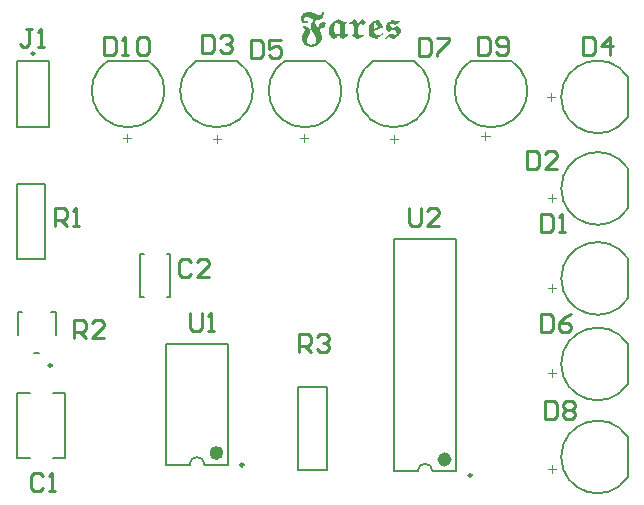
<source format=gbr>
%TF.GenerationSoftware,Altium Limited,Altium Designer,22.8.2 (66)*%
G04 Layer_Color=65535*
%FSLAX45Y45*%
%MOMM*%
%TF.SameCoordinates,7D29B654-BFA4-4C5B-9AD4-86D38D862F27*%
%TF.FilePolarity,Positive*%
%TF.FileFunction,Legend,Top*%
%TF.Part,Single*%
G01*
G75*
%TA.AperFunction,NonConductor*%
%ADD21C,0.25000*%
%ADD22C,0.20000*%
%ADD23C,0.60000*%
%ADD24C,0.15000*%
%ADD25C,0.25400*%
%ADD26C,0.10000*%
G36*
X1984935Y4100606D02*
X1979706D01*
Y4105835D01*
X1984935D01*
Y4100606D01*
D02*
G37*
G36*
X2771461Y4074306D02*
X2772396Y4078977D01*
X2773330Y4082714D01*
X2777067Y4088320D01*
X2784074Y4100932D01*
X2788745Y4105603D01*
X2787811Y4111209D01*
X2782672Y4113545D01*
X2777067Y4114479D01*
X2771928Y4118683D01*
X2770527Y4120084D01*
X2763987Y4121953D01*
X2757914Y4123354D01*
X2752309Y4127091D01*
X2750908Y4128493D01*
X2744368Y4130361D01*
X2729420Y4131296D01*
X2719143Y4130361D01*
X2712603Y4125690D01*
X2711202Y4124289D01*
X2710268Y4122420D01*
X2708399Y4120552D01*
X2706531Y4115880D01*
X2707465Y4107472D01*
X2713538Y4098597D01*
X2720077Y4095794D01*
X2723814Y4094859D01*
X2741098Y4095327D01*
X2745769Y4092524D01*
X2746703Y4088787D01*
X2745769Y4082247D01*
X2744368Y4079912D01*
X2739697Y4078043D01*
X2727551Y4077109D01*
X2710735Y4078043D01*
X2704195Y4081780D01*
X2701392Y4084583D01*
X2693451Y4088787D01*
X2692517Y4090656D01*
X2688780Y4097195D01*
X2685043Y4102801D01*
X2683174Y4107472D01*
X2682707Y4117282D01*
X2683174Y4117749D01*
X2682240Y4120552D01*
X2683174Y4134565D01*
X2687846Y4142974D01*
X2692517Y4150448D01*
X2693451Y4152316D01*
X2697655Y4156520D01*
X2699524Y4157454D01*
X2704662Y4161659D01*
X2707932Y4164929D01*
X2712603Y4166797D01*
X2716340Y4167731D01*
X2732223Y4175205D01*
X2747171Y4176139D01*
X2769593Y4175205D01*
X2785475Y4167731D01*
X2796219Y4165396D01*
X2799489Y4163060D01*
X2802292Y4160257D01*
X2808831Y4158389D01*
X2812568Y4157454D01*
X2820977Y4152783D01*
X2827516Y4149981D01*
X2834056Y4149046D01*
X2849938Y4149981D01*
X2851807Y4151849D01*
X2853208Y4152316D01*
X2854143Y4154185D01*
X2857880Y4157922D01*
X2858814Y4159790D01*
X2860682Y4164461D01*
X2861617Y4171936D01*
X2863952Y4174271D01*
X2867689Y4175205D01*
X2874229Y4174271D01*
X2877499Y4171001D01*
X2876565Y4159790D01*
X2875631Y4156987D01*
X2874696Y4153251D01*
X2872828Y4146711D01*
X2869558Y4137835D01*
X2866288Y4132697D01*
X2862551Y4127091D01*
X2859748Y4122420D01*
X2854143Y4117749D01*
X2849938Y4113545D01*
X2846202Y4112611D01*
X2839662Y4108873D01*
X2837793Y4107005D01*
X2833122Y4105136D01*
X2823779Y4104202D01*
X2809766Y4103268D01*
X2806496Y4100932D01*
X2804627Y4096261D01*
X2803226Y4090188D01*
X2802759Y4082247D01*
X2806496Y4072905D01*
X2809766Y4064029D01*
X2816773Y4054219D01*
X2817707Y4052351D01*
X2821911Y4047213D01*
X2825648Y4043476D01*
X2829385Y4042541D01*
X2832188Y4043476D01*
X2833589Y4047680D01*
X2834523Y4060759D01*
X2836392Y4065431D01*
X2840129Y4071971D01*
X2844333Y4077109D01*
X2846202Y4078043D01*
X2851340Y4082247D01*
X2857413Y4085517D01*
X2863952Y4086451D01*
X2888243Y4085517D01*
X2891513Y4082247D01*
X2890578Y4075707D01*
X2887776Y4069168D01*
X2886374Y4064029D01*
X2883572Y4058424D01*
X2881236Y4050483D01*
X2878900Y4044410D01*
X2877032Y4042541D01*
X2873295Y4041607D01*
X2857413Y4040673D01*
X2853208Y4037403D01*
X2852274Y4035534D01*
X2845734Y4025258D01*
X2844800Y4015915D01*
X2845734Y4009376D01*
X2851340Y4000967D01*
X2853208Y3996296D01*
X2854610Y3990223D01*
X2855544Y3986486D01*
X2858814Y3975742D01*
X2859281Y3968736D01*
X2858814Y3954254D01*
X2859748Y3951452D01*
X2858814Y3948649D01*
X2857880Y3943043D01*
X2855077Y3936504D01*
X2854143Y3932767D01*
X2850873Y3923891D01*
X2848537Y3921556D01*
X2847603Y3919687D01*
X2845734Y3917819D01*
X2841063Y3909411D01*
X2839662Y3908009D01*
X2837793Y3907075D01*
X2835458Y3904739D01*
X2834523Y3902871D01*
X2830319Y3898667D01*
X2823779Y3894929D01*
X2820042Y3891192D01*
X2815371Y3889324D01*
X2809298Y3887923D01*
X2804627Y3886054D01*
X2797620Y3881850D01*
X2791081Y3880916D01*
X2778935Y3879981D01*
X2753711Y3880916D01*
X2749039Y3882784D01*
X2747171Y3883718D01*
X2736894Y3888390D01*
X2731288Y3889324D01*
X2726617Y3892127D01*
X2722880Y3895864D01*
X2721012Y3896798D01*
X2712136Y3902871D01*
X2705596Y3911279D01*
X2702794Y3914082D01*
X2701859Y3915950D01*
X2692517Y3935569D01*
X2691583Y3942109D01*
X2690648Y3951452D01*
X2691583Y3970137D01*
X2692517Y3972939D01*
X2693451Y3976677D01*
X2697188Y3983216D01*
X2703728Y3995362D01*
X2705596Y3997230D01*
X2706531Y3999099D01*
X2708399Y4000967D01*
X2713071Y4009376D01*
X2714939Y4011244D01*
X2716807Y4015915D01*
X2718676Y4023389D01*
X2717742Y4030863D01*
X2713071Y4037403D01*
X2710735Y4039739D01*
X2706998Y4040673D01*
X2704195Y4041607D01*
X2699524Y4044410D01*
X2698122Y4045811D01*
X2697188Y4052351D01*
X2699991Y4057022D01*
X2701392Y4058424D01*
X2705129Y4059358D01*
X2720077Y4058424D01*
X2726617Y4054687D01*
X2736894Y4050016D01*
X2742967Y4046746D01*
X2743901Y4044877D01*
X2751375Y4037403D01*
X2752309Y4035534D01*
X2756046Y4027126D01*
X2757914Y4019652D01*
X2758849Y4013112D01*
X2757914Y4010310D01*
X2758849Y4002836D01*
X2757914Y4000033D01*
X2756513Y3993026D01*
X2754645Y3985552D01*
X2752776Y3980881D01*
X2749506Y3975742D01*
X2741098Y3959860D01*
X2739229Y3957992D01*
X2737361Y3951452D01*
X2736427Y3947715D01*
X2737361Y3921556D01*
X2743434Y3912680D01*
X2745769Y3909411D01*
X2749039Y3906141D01*
X2753711Y3903338D01*
X2756513Y3900535D01*
X2761184Y3898667D01*
X2770527Y3897732D01*
X2789212Y3898667D01*
X2795752Y3903338D01*
X2797620Y3905206D01*
X2799489Y3906141D01*
X2801357Y3908009D01*
X2803226Y3908943D01*
X2806496Y3912213D01*
X2812101Y3926227D01*
X2813036Y3929964D01*
X2812101Y3949583D01*
X2810233Y3954254D01*
X2805094Y3968736D01*
X2802759Y3972005D01*
X2795285Y3986019D01*
X2792482Y3988822D01*
X2785008Y4002836D01*
X2783139Y4004704D01*
X2780337Y4011244D01*
X2771928Y4028995D01*
X2770527Y4035067D01*
X2769593Y4039739D01*
X2768658Y4043476D01*
X2768191Y4057957D01*
X2769126Y4060759D01*
X2770527Y4068701D01*
X2770994Y4073839D01*
X2771461Y4074306D01*
D02*
G37*
G36*
X3006426Y4112143D02*
X3007827Y4110742D01*
X3009696Y4109808D01*
X3013433Y4106071D01*
X3025111Y4101867D01*
X3028381Y4098597D01*
X3030249Y4097662D01*
X3034921Y4095794D01*
X3042862Y4094392D01*
X3048934Y4092057D01*
X3054540Y4088320D01*
X3065284Y4086918D01*
X3069021Y4085050D01*
X3069955Y4081313D01*
X3067619Y4077109D01*
X3061080Y4073372D01*
X3058744Y4071036D01*
X3056876Y4063562D01*
X3055941Y4057022D01*
X3056876Y3999099D01*
X3057810Y3996296D01*
X3061547Y3989756D01*
X3062948Y3988355D01*
X3077896Y3987421D01*
X3081166Y3984151D01*
X3080232Y3979479D01*
X3072291Y3971538D01*
X3071356D01*
X3062481Y3965466D01*
X3058277Y3961261D01*
X3051737Y3957524D01*
X3046132Y3951919D01*
X3044263Y3950985D01*
X3037723Y3944445D01*
X3032118Y3945379D01*
X3026979Y3949583D01*
X3021374Y3955189D01*
X3020440Y3957057D01*
X3015768Y3963597D01*
X3014834Y3967334D01*
X3013433Y3974341D01*
X3010630Y3977144D01*
X3004090Y3976209D01*
X2998952Y3972005D01*
X2991478Y3967334D01*
X2986339Y3962196D01*
X2984471Y3961261D01*
X2977931Y3956590D01*
X2973260Y3951919D01*
X2971391Y3950985D01*
X2965786Y3945379D01*
X2962049Y3944445D01*
X2957378Y3945379D01*
X2952239Y3949583D01*
X2944765Y3954254D01*
X2933554Y3965466D01*
X2927949Y3975742D01*
X2925146Y3982282D01*
X2923744Y3991158D01*
X2922343Y4003770D01*
X2923277Y4041140D01*
X2924212Y4043943D01*
X2925146Y4051417D01*
X2931686Y4063562D01*
X2937758Y4072438D01*
X2949903Y4084583D01*
X2958312Y4089254D01*
X2962983Y4093925D01*
X2966720Y4094859D01*
X2972793Y4097195D01*
X2976063Y4099531D01*
X2978865Y4102334D01*
X2983537Y4104202D01*
X2990076Y4107939D01*
X2993813Y4111676D01*
X3000353Y4113545D01*
X3006426Y4112143D01*
D02*
G37*
G36*
X3123674Y3983683D02*
X3127879Y3987888D01*
X3129747Y3992559D01*
X3130682Y3996296D01*
X3129747Y4058891D01*
X3126010Y4065431D01*
X3122273Y4069168D01*
X3121339Y4071036D01*
X3118069Y4074306D01*
X3111529Y4075240D01*
X3103121Y4071503D01*
X3097516Y4072438D01*
X3095180Y4074773D01*
X3094246Y4078510D01*
X3095180Y4084116D01*
X3099384Y4088320D01*
X3101253Y4089254D01*
X3104989Y4092991D01*
X3111529Y4095794D01*
X3113398Y4096728D01*
X3118536Y4100932D01*
X3119938Y4102334D01*
X3128346Y4107005D01*
X3133017Y4111676D01*
X3139557Y4110742D01*
X3145162Y4105136D01*
X3147031Y4104202D01*
X3152169Y4099998D01*
X3154972Y4097195D01*
X3155906Y4095327D01*
X3157775Y4093458D01*
X3159643Y4088787D01*
X3163380Y4082247D01*
X3167584Y4080846D01*
X3172256Y4081780D01*
X3174591Y4084116D01*
X3175526Y4085984D01*
X3180664Y4092991D01*
X3182533Y4093925D01*
X3184401Y4095794D01*
X3186269Y4096728D01*
X3192809Y4103268D01*
X3197481Y4106071D01*
X3204020Y4112611D01*
X3211494Y4111676D01*
X3213830Y4109341D01*
X3214764Y4107472D01*
X3220370Y4101867D01*
X3221304Y4099998D01*
X3230647Y4090656D01*
X3233449Y4084116D01*
X3232515Y4080379D01*
X3230179Y4078043D01*
X3228311Y4077109D01*
X3226442Y4075240D01*
X3224574Y4074306D01*
X3220370Y4070102D01*
X3219903Y4068701D01*
X3218034Y4067766D01*
X3216166Y4065898D01*
X3214297Y4064963D01*
X3209626Y4063095D01*
X3204954Y4064029D01*
X3202619Y4066365D01*
X3201685Y4068233D01*
X3193743Y4076174D01*
X3190007Y4077109D01*
X3186269Y4076174D01*
X3182065Y4071971D01*
X3181131Y4070102D01*
X3178328Y4067299D01*
X3174591Y4058891D01*
X3173657Y4055154D01*
X3172723Y4052351D01*
X3169920Y4043009D01*
X3168986Y4039272D01*
X3168519Y3993026D01*
X3170387Y3988355D01*
X3173657Y3985085D01*
X3174591Y3983216D01*
X3177861Y3979947D01*
X3185335Y3978078D01*
X3197481Y3979012D01*
X3205889Y3984618D01*
X3210560Y3983683D01*
X3213830Y3980414D01*
X3215698Y3975742D01*
X3214764Y3972005D01*
X3212429Y3969670D01*
X3210560Y3968736D01*
X3207757Y3965933D01*
X3205889Y3964998D01*
X3201218Y3962196D01*
X3194678Y3960327D01*
X3190007Y3958459D01*
X3184868Y3954254D01*
X3183467Y3952853D01*
X3178328Y3951452D01*
X3174591Y3950518D01*
X3168986Y3946781D01*
X3166650Y3944445D01*
X3162446Y3943978D01*
X3157775Y3945846D01*
X3152636Y3950985D01*
X3146564Y3953320D01*
X3144228Y3955656D01*
X3142360Y3956590D01*
X3139557Y3959393D01*
X3135820Y3960327D01*
X3129747Y3962663D01*
X3119938Y3967801D01*
X3113865Y3970137D01*
X3111062Y3972005D01*
X3111996Y3977611D01*
X3123207Y3983216D01*
X3123674Y3983683D01*
D02*
G37*
G36*
X3340421Y4109808D02*
X3344625Y4105603D01*
X3346494Y4100932D01*
X3347428Y4099064D01*
X3351632Y4093925D01*
X3353034Y4092524D01*
X3358639Y4082247D01*
X3361442Y4079444D01*
X3362376Y4077576D01*
X3366113Y4071036D01*
X3370317Y4065898D01*
X3371719Y4064496D01*
X3378258Y4050483D01*
X3376390Y4045811D01*
X3374054Y4043476D01*
X3367514Y4041607D01*
X3361442Y4040206D01*
X3358172Y4038804D01*
X3356303Y4036936D01*
X3354435Y4036002D01*
X3352567Y4034133D01*
X3346494Y4032732D01*
X3341823Y4031798D01*
X3327342Y4023856D01*
X3320335Y4022455D01*
X3312394Y4018251D01*
X3303985Y4013579D01*
X3301650Y4011244D01*
X3302584Y4003770D01*
X3306788Y3998632D01*
X3309124Y3996296D01*
X3312861Y3989756D01*
X3314262Y3988355D01*
X3318933Y3985552D01*
X3323605Y3980881D01*
X3330144Y3979012D01*
X3350698Y3979947D01*
X3359573Y3986019D01*
X3364712Y3988355D01*
X3373120Y3993026D01*
X3374989Y3994894D01*
X3379660Y3993960D01*
X3381061Y3992559D01*
X3380127Y3986953D01*
X3375456Y3982282D01*
X3374989Y3980881D01*
X3373120Y3979947D01*
X3364712Y3975275D01*
X3360975Y3971538D01*
X3354435Y3968736D01*
X3353968Y3968268D01*
X3346494Y3963597D01*
X3345093Y3962196D01*
X3338553Y3958459D01*
X3332947Y3952853D01*
X3326407Y3949116D01*
X3322671Y3945379D01*
X3316131Y3943511D01*
X3313328Y3944445D01*
X3311459Y3945379D01*
X3306321Y3949583D01*
X3301183Y3950985D01*
X3297446Y3951919D01*
X3292307Y3953320D01*
X3289037Y3955656D01*
X3286234Y3958459D01*
X3284366Y3959393D01*
X3277826Y3963130D01*
X3267082Y3973874D01*
X3263345Y3983216D01*
X3258674Y3993493D01*
X3257740Y4000033D01*
X3256806Y4009376D01*
X3255871Y4013112D01*
X3255404Y4029462D01*
X3256338Y4037870D01*
X3257273Y4050950D01*
X3260076Y4058424D01*
X3268017Y4072905D01*
X3271287Y4076174D01*
X3273155Y4077109D01*
X3274556Y4078510D01*
X3275491Y4080379D01*
X3279695Y4084583D01*
X3285767Y4086918D01*
X3289037Y4088320D01*
X3294176Y4092524D01*
X3295577Y4093925D01*
X3300716Y4095327D01*
X3304453Y4096261D01*
X3309124Y4098129D01*
X3312394Y4101399D01*
X3317065Y4103268D01*
X3324539Y4105136D01*
X3333882Y4110742D01*
X3340421Y4109808D01*
D02*
G37*
G36*
X3529607Y4009376D02*
X3528673Y4006573D01*
X3527272Y3999566D01*
X3524469Y3992092D01*
X3522133Y3988822D01*
X3517462Y3984151D01*
X3516528Y3982282D01*
X3504850Y3970604D01*
X3498310Y3966867D01*
X3494573Y3963130D01*
X3488033Y3960327D01*
X3481493Y3956590D01*
X3478691Y3953787D01*
X3476822Y3952853D01*
X3470282Y3948182D01*
X3465611Y3945379D01*
X3460006Y3946313D01*
X3453466Y3950985D01*
X3445058Y3955656D01*
X3439452Y3959393D01*
X3435715Y3960327D01*
X3422636Y3961261D01*
X3416096Y3957524D01*
X3410023Y3951452D01*
X3409089Y3949583D01*
X3406753Y3947248D01*
X3402082Y3945379D01*
X3397878Y3948649D01*
X3398812Y3957057D01*
X3403483Y3963597D01*
X3416096Y3976209D01*
X3417964Y3977144D01*
X3428241Y3982749D01*
X3430109Y3984618D01*
X3431978Y3985552D01*
X3436649Y3987421D01*
X3464677Y3986486D01*
X3466545Y3984618D01*
X3468414Y3983683D01*
X3471217Y3980881D01*
X3475888Y3979012D01*
X3482428Y3977144D01*
X3486165Y3978078D01*
X3489434Y3981348D01*
X3491303Y3986019D01*
X3492237Y3989756D01*
X3493172Y3996296D01*
X3491770Y4003303D01*
X3489902Y4007974D01*
X3488500Y4011244D01*
X3484296Y4015448D01*
X3482428Y4016382D01*
X3475888Y4022922D01*
X3466545Y4023856D01*
X3451597Y4022922D01*
X3446459Y4018718D01*
X3444123Y4016382D01*
X3442255Y4015448D01*
X3436182Y4011244D01*
X3435248Y4009376D01*
X3432912Y4007040D01*
X3425438Y4007974D01*
X3420300Y4012178D01*
X3418898Y4013579D01*
X3410957Y4017784D01*
X3410023Y4019652D01*
X3401615Y4031798D01*
X3400681Y4038337D01*
X3399746Y4042074D01*
X3400681Y4057022D01*
X3405352Y4065431D01*
X3409089Y4071036D01*
X3410023Y4072905D01*
X3422636Y4085517D01*
X3431044Y4090188D01*
X3433847Y4092991D01*
X3445992Y4099531D01*
X3448794Y4102334D01*
X3459071Y4107939D01*
X3465611Y4110742D01*
X3468414Y4109808D01*
X3472151Y4106071D01*
X3474019Y4105136D01*
X3480559Y4100465D01*
X3483362Y4097662D01*
X3488033Y4095794D01*
X3500178Y4094859D01*
X3503916Y4095794D01*
X3510455Y4100465D01*
X3514192Y4101399D01*
X3517462Y4099064D01*
X3518396Y4095327D01*
X3517462Y4092524D01*
X3513725Y4085984D01*
X3507653Y4079912D01*
X3505784Y4078977D01*
X3500178Y4075240D01*
X3498310Y4074306D01*
X3496442Y4072438D01*
X3488033Y4068701D01*
X3477756Y4067766D01*
X3474954Y4068701D01*
X3463743Y4069635D01*
X3454400Y4076174D01*
X3447860Y4078043D01*
X3440386Y4077109D01*
X3438985Y4075707D01*
X3438051Y4073839D01*
X3436182Y4069168D01*
X3437116Y4059825D01*
X3441788Y4053285D01*
X3445058Y4050016D01*
X3446926Y4049081D01*
X3451597Y4044410D01*
X3453466Y4043476D01*
X3458137Y4041607D01*
X3477756Y4042541D01*
X3487566Y4052351D01*
X3488500Y4054219D01*
X3490836Y4056555D01*
X3495507Y4058424D01*
X3501113Y4057489D01*
X3505784Y4052818D01*
X3514192Y4048147D01*
X3516528Y4045811D01*
X3517462Y4043943D01*
X3523068Y4038337D01*
X3524002Y4036469D01*
X3525871Y4031798D01*
X3526805Y4028061D01*
X3528673Y4021521D01*
X3529607Y4017784D01*
Y4010310D01*
Y4009376D01*
D02*
G37*
%LPC*%
G36*
X2985405Y4084583D02*
X2980734Y4083649D01*
X2978398Y4080379D01*
X2976530Y4078510D01*
X2975596Y4076642D01*
X2971858Y4072905D01*
X2969990Y4066365D01*
X2969056Y4062628D01*
X2966720Y4046278D01*
X2966253Y4045811D01*
X2966720Y4028528D01*
X2966253Y4019652D01*
X2967187Y4016849D01*
X2968122Y4005638D01*
X2969056Y4002836D01*
X2973727Y3994427D01*
X2977931Y3990223D01*
X2979800Y3989289D01*
X2982602Y3988355D01*
X2986339Y3987421D01*
X3004090Y3988355D01*
X3006893Y3989289D01*
X3011564Y3992092D01*
X3012966Y3997230D01*
X3012031Y4000033D01*
X3011097Y4068233D01*
X3006893Y4074306D01*
X3000353Y4077109D01*
X2994281Y4079444D01*
X2991011Y4081780D01*
X2989142Y4083649D01*
X2985405Y4084583D01*
D02*
G37*
G36*
X3309591Y4082714D02*
X3304920Y4081780D01*
X3303518Y4080379D01*
X3302584Y4076642D01*
X3301650Y4067299D01*
X3300716Y4063562D01*
X3299781Y4043943D01*
X3298847Y4041140D01*
X3299781Y4036469D01*
X3303051Y4033199D01*
X3311459Y4034133D01*
X3319868Y4039739D01*
X3326407Y4041607D01*
X3330144Y4042541D01*
X3334349Y4045811D01*
X3333414Y4052351D01*
X3330612Y4055154D01*
X3329677Y4057022D01*
X3325006Y4065431D01*
X3322203Y4068233D01*
X3321736Y4068701D01*
X3314729Y4080379D01*
X3309591Y4082714D01*
D02*
G37*
%LPD*%
D21*
X427100Y3822300D02*
G03*
X427100Y3822300I-12500J0D01*
G01*
X572600Y1180500D02*
G03*
X572600Y1180500I-12500J0D01*
G01*
X2196900Y339900D02*
G03*
X2196900Y339900I-12500J0D01*
G01*
X4127300Y251000D02*
G03*
X4127300Y251000I-12500J0D01*
G01*
D22*
X1866900Y340900D02*
G03*
X1739900Y340900I-63500J0D01*
G01*
X3797300Y285000D02*
G03*
X3670300Y285000I-63500J0D01*
G01*
X546600Y3200800D02*
Y3758800D01*
X282600Y3200800D02*
X546600D01*
X282600D02*
Y3758800D01*
X546600D01*
X425100Y1285500D02*
X465100D01*
X605100Y1435500D02*
Y1635500D01*
X565100D02*
X605100D01*
X285100D02*
X325100D01*
X285100Y1435500D02*
Y1635500D01*
X275100Y2715300D02*
X515100D01*
Y2085300D02*
Y2715300D01*
X275100Y2085300D02*
Y2715300D01*
Y2085300D02*
X515100D01*
X2068400Y340900D02*
Y1360900D01*
X1538400Y340900D02*
Y1360900D01*
X1866900Y340900D02*
X2068400D01*
X1538400D02*
X1739900D01*
X1538400Y1360900D02*
X2068400D01*
X1322800Y1763100D02*
X1350300D01*
X1545300D02*
X1572800D01*
Y2123100D01*
X1322800D02*
X1350300D01*
X1545300D02*
X1572800D01*
X1322800Y1763100D02*
Y2123100D01*
X3468800Y2255000D02*
X3998800D01*
X3468800Y285000D02*
X3670300D01*
X3797300D02*
X3998800D01*
X3468800D02*
Y2255000D01*
X3998800Y285000D02*
Y2255000D01*
X580100Y948100D02*
X682600D01*
X282600D02*
X385100D01*
X282600Y398100D02*
Y948100D01*
X580100Y398100D02*
X682600D01*
X282600D02*
X385100D01*
X682600D02*
Y948100D01*
X2656300Y297700D02*
X2906300D01*
Y997700D01*
X2656300D02*
X2906300D01*
X2656300Y297700D02*
Y997700D01*
D23*
X1998400Y440900D02*
G03*
X1998400Y440900I-30000J0D01*
G01*
X3928800Y385000D02*
G03*
X3928800Y385000I-30000J0D01*
G01*
D24*
X1051139Y3762727D02*
G03*
X1387312Y3762694I168061J-257511D01*
G01*
X1800439Y3762727D02*
G03*
X2136612Y3762694I168061J-257511D01*
G01*
X2549722Y3762727D02*
G03*
X2885896Y3762694I168061J-257511D01*
G01*
X3299022Y3762727D02*
G03*
X3635196Y3762694I168061J-257511D01*
G01*
X4124522Y3762727D02*
G03*
X4460696Y3762694I168061J-257511D01*
G01*
X5451827Y3623278D02*
G03*
X5451794Y3287104I-257511J-168061D01*
G01*
X5451827Y2847761D02*
G03*
X5451794Y2511588I-257511J-168061D01*
G01*
X5451827Y574478D02*
G03*
X5451794Y238304I-257511J-168061D01*
G01*
X5451827Y1361878D02*
G03*
X5451794Y1025704I-257511J-168061D01*
G01*
X5451827Y2085778D02*
G03*
X5451794Y1749604I-257511J-168061D01*
G01*
X1051139Y3762700D02*
X1387316D01*
X1800439D02*
X2136616D01*
X2549722D02*
X2885900D01*
X3299022D02*
X3635200D01*
X4124522D02*
X4460700D01*
X5451800Y3287100D02*
Y3623278D01*
Y2511584D02*
Y2847761D01*
Y238300D02*
Y574478D01*
Y1025700D02*
Y1361878D01*
Y1749600D02*
Y2085778D01*
D25*
X406400Y4025875D02*
X355617D01*
X381008D01*
Y3898917D01*
X355617Y3873525D01*
X330225D01*
X304833Y3898917D01*
X457184Y3873525D02*
X507967D01*
X482576D01*
Y4025875D01*
X457184Y4000483D01*
X3594141Y2514575D02*
Y2387617D01*
X3619533Y2362225D01*
X3670317D01*
X3695708Y2387617D01*
Y2514575D01*
X3848059Y2362225D02*
X3746492D01*
X3848059Y2463792D01*
Y2489183D01*
X3822667Y2514575D01*
X3771884D01*
X3746492Y2489183D01*
X1739933Y1625575D02*
Y1498617D01*
X1765325Y1473225D01*
X1816108D01*
X1841500Y1498617D01*
Y1625575D01*
X1892284Y1473225D02*
X1943067D01*
X1917676D01*
Y1625575D01*
X1892284Y1600183D01*
X2669540Y1292860D02*
Y1445211D01*
X2745715D01*
X2771107Y1419819D01*
Y1369035D01*
X2745715Y1343643D01*
X2669540D01*
X2720323D02*
X2771107Y1292860D01*
X2821891Y1419819D02*
X2847283Y1445211D01*
X2898066D01*
X2923458Y1419819D01*
Y1394427D01*
X2898066Y1369035D01*
X2872674D01*
X2898066D01*
X2923458Y1343643D01*
Y1318252D01*
X2898066Y1292860D01*
X2847283D01*
X2821891Y1318252D01*
X762041Y1409725D02*
Y1562075D01*
X838217D01*
X863608Y1536683D01*
Y1485900D01*
X838217Y1460508D01*
X762041D01*
X812825D02*
X863608Y1409725D01*
X1015959D02*
X914392D01*
X1015959Y1511292D01*
Y1536683D01*
X990567Y1562075D01*
X939784D01*
X914392Y1536683D01*
X596933Y2362225D02*
Y2514575D01*
X673108D01*
X698500Y2489183D01*
Y2438400D01*
X673108Y2413008D01*
X596933D01*
X647717D02*
X698500Y2362225D01*
X749284D02*
X800067D01*
X774676D01*
Y2514575D01*
X749284Y2489183D01*
X1016062Y3962375D02*
Y3810025D01*
X1092237D01*
X1117629Y3835417D01*
Y3936983D01*
X1092237Y3962375D01*
X1016062D01*
X1168412Y3810025D02*
X1219196D01*
X1193804D01*
Y3962375D01*
X1168412Y3936983D01*
X1295371D02*
X1320763Y3962375D01*
X1371547D01*
X1396939Y3936983D01*
Y3835417D01*
X1371547Y3810025D01*
X1320763D01*
X1295371Y3835417D01*
Y3936983D01*
X4178341Y3962375D02*
Y3810025D01*
X4254517D01*
X4279908Y3835417D01*
Y3936983D01*
X4254517Y3962375D01*
X4178341D01*
X4330692Y3835417D02*
X4356084Y3810025D01*
X4406867D01*
X4432259Y3835417D01*
Y3936983D01*
X4406867Y3962375D01*
X4356084D01*
X4330692Y3936983D01*
Y3911592D01*
X4356084Y3886200D01*
X4432259D01*
X4749841Y876275D02*
Y723925D01*
X4826017D01*
X4851408Y749317D01*
Y850883D01*
X4826017Y876275D01*
X4749841D01*
X4902192Y850883D02*
X4927584Y876275D01*
X4978367D01*
X5003759Y850883D01*
Y825492D01*
X4978367Y800100D01*
X5003759Y774708D01*
Y749317D01*
X4978367Y723925D01*
X4927584D01*
X4902192Y749317D01*
Y774708D01*
X4927584Y800100D01*
X4902192Y825492D01*
Y850883D01*
X4927584Y800100D02*
X4978367D01*
X3683041Y3949675D02*
Y3797325D01*
X3759217D01*
X3784608Y3822717D01*
Y3924283D01*
X3759217Y3949675D01*
X3683041D01*
X3835392D02*
X3936959D01*
Y3924283D01*
X3835392Y3822717D01*
Y3797325D01*
X4711741Y1612875D02*
Y1460525D01*
X4787917D01*
X4813308Y1485917D01*
Y1587483D01*
X4787917Y1612875D01*
X4711741D01*
X4965659D02*
X4914875Y1587483D01*
X4864092Y1536700D01*
Y1485917D01*
X4889484Y1460525D01*
X4940267D01*
X4965659Y1485917D01*
Y1511308D01*
X4940267Y1536700D01*
X4864092D01*
X2260641Y3936975D02*
Y3784625D01*
X2336817D01*
X2362208Y3810017D01*
Y3911583D01*
X2336817Y3936975D01*
X2260641D01*
X2514559D02*
X2412992D01*
Y3860800D01*
X2463775Y3886192D01*
X2489167D01*
X2514559Y3860800D01*
Y3810017D01*
X2489167Y3784625D01*
X2438384D01*
X2412992Y3810017D01*
X5067341Y3962375D02*
Y3810025D01*
X5143517D01*
X5168908Y3835417D01*
Y3936983D01*
X5143517Y3962375D01*
X5067341D01*
X5295867Y3810025D02*
Y3962375D01*
X5219692Y3886200D01*
X5321259D01*
X1841541Y3975075D02*
Y3822725D01*
X1917717D01*
X1943108Y3848117D01*
Y3949683D01*
X1917717Y3975075D01*
X1841541D01*
X1993892Y3949683D02*
X2019284Y3975075D01*
X2070067D01*
X2095459Y3949683D01*
Y3924292D01*
X2070067Y3898900D01*
X2044675D01*
X2070067D01*
X2095459Y3873508D01*
Y3848117D01*
X2070067Y3822725D01*
X2019284D01*
X1993892Y3848117D01*
X4597441Y2997175D02*
Y2844825D01*
X4673617D01*
X4699008Y2870217D01*
Y2971783D01*
X4673617Y2997175D01*
X4597441D01*
X4851359Y2844825D02*
X4749792D01*
X4851359Y2946392D01*
Y2971783D01*
X4825967Y2997175D01*
X4775184D01*
X4749792Y2971783D01*
X4711733Y2463775D02*
Y2311425D01*
X4787908D01*
X4813300Y2336817D01*
Y2438383D01*
X4787908Y2463775D01*
X4711733D01*
X4864084Y2311425D02*
X4914867D01*
X4889476D01*
Y2463775D01*
X4864084Y2438383D01*
X1752608Y2057383D02*
X1727217Y2082775D01*
X1676433D01*
X1651041Y2057383D01*
Y1955817D01*
X1676433Y1930425D01*
X1727217D01*
X1752608Y1955817D01*
X1904959Y1930425D02*
X1803392D01*
X1904959Y2031992D01*
Y2057383D01*
X1879567Y2082775D01*
X1828784D01*
X1803392Y2057383D01*
X495300Y241283D02*
X469908Y266675D01*
X419125D01*
X393733Y241283D01*
Y139717D01*
X419125Y114325D01*
X469908D01*
X495300Y139717D01*
X546084Y114325D02*
X596867D01*
X571476D01*
Y266675D01*
X546084Y241283D01*
D26*
X1176043Y3107678D02*
X1244600D01*
X1210322Y3073400D02*
Y3141957D01*
X1938043Y3094978D02*
X2006600D01*
X1972322Y3060700D02*
Y3129257D01*
X2674643Y3107678D02*
X2743200D01*
X2708922Y3073400D02*
Y3141957D01*
X3436643Y3094978D02*
X3505200D01*
X3470922Y3060700D02*
Y3129257D01*
X4211343Y3120378D02*
X4279900D01*
X4245622Y3086100D02*
Y3154657D01*
X4796778Y3484857D02*
Y3416300D01*
X4762500Y3450578D02*
X4831057D01*
X4809478Y2633957D02*
Y2565400D01*
X4775200Y2599678D02*
X4843757D01*
X4809478Y335257D02*
Y266700D01*
X4775200Y300978D02*
X4843757D01*
X4809478Y1148057D02*
Y1079500D01*
X4775200Y1113778D02*
X4843757D01*
X4809478Y1871957D02*
Y1803400D01*
X4775200Y1837678D02*
X4843757D01*
%TF.MD5,0e18c32f3164926cf54983c3b5b7b2c1*%
M02*

</source>
